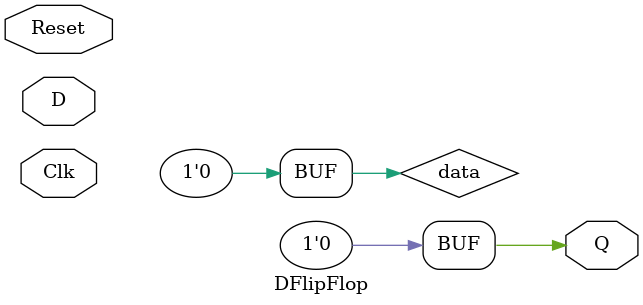
<source format=v>
`timescale 1ns / 1ps
module DFlipFlop(
    input D,
    input Reset,
	 input Clk,
    output Q
    );
	 
	 reg data;
	 
	 always@(Reset)
		data <= 0;
	 always@(posedge Clk)
	 begin
		data <= D;
	 end
	 
	 assign Q = data;


endmodule

</source>
